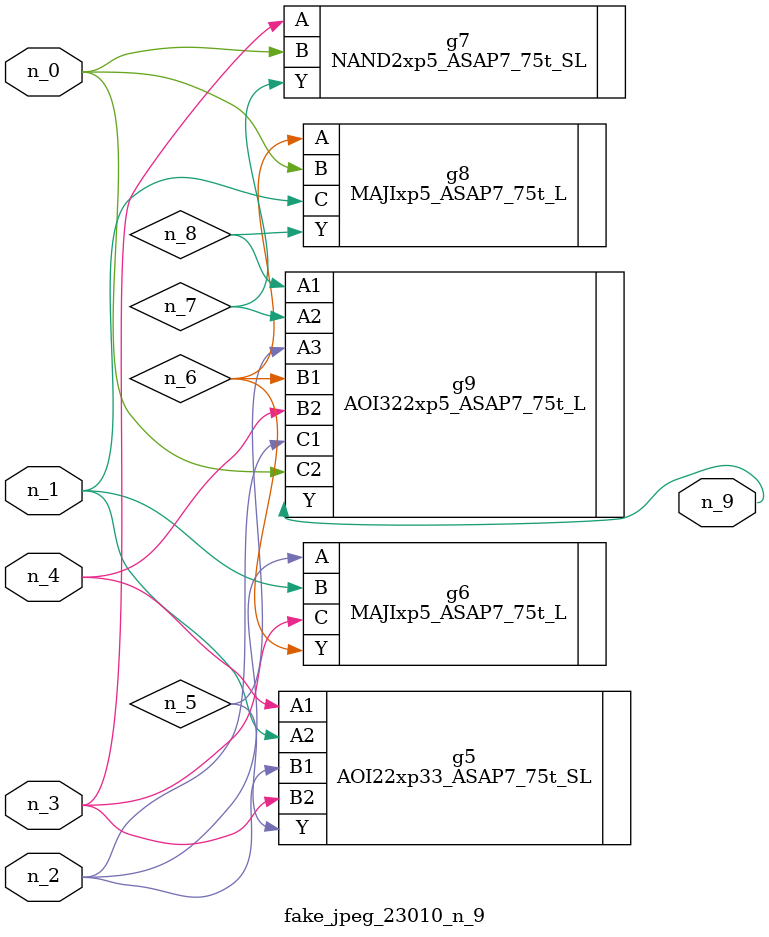
<source format=v>
module fake_jpeg_23010_n_9 (n_3, n_2, n_1, n_0, n_4, n_9);

input n_3;
input n_2;
input n_1;
input n_0;
input n_4;

output n_9;

wire n_8;
wire n_6;
wire n_5;
wire n_7;

AOI22xp33_ASAP7_75t_SL g5 ( 
.A1(n_4),
.A2(n_1),
.B1(n_2),
.B2(n_3),
.Y(n_5)
);

MAJIxp5_ASAP7_75t_L g6 ( 
.A(n_2),
.B(n_1),
.C(n_3),
.Y(n_6)
);

NAND2xp5_ASAP7_75t_SL g7 ( 
.A(n_3),
.B(n_0),
.Y(n_7)
);

MAJIxp5_ASAP7_75t_L g8 ( 
.A(n_6),
.B(n_0),
.C(n_1),
.Y(n_8)
);

AOI322xp5_ASAP7_75t_L g9 ( 
.A1(n_8),
.A2(n_7),
.A3(n_5),
.B1(n_6),
.B2(n_4),
.C1(n_2),
.C2(n_0),
.Y(n_9)
);


endmodule
</source>
